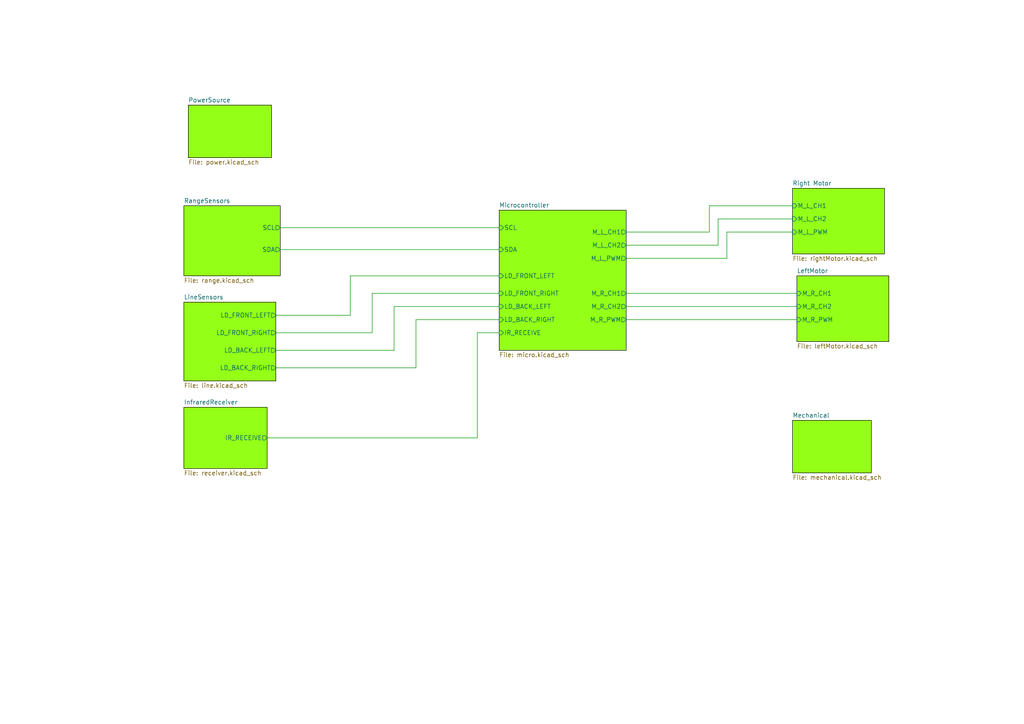
<source format=kicad_sch>
(kicad_sch
	(version 20250114)
	(generator "eeschema")
	(generator_version "9.0")
	(uuid "f283bc71-7763-4093-b75c-cbe2f5868c12")
	(paper "A4")
	(lib_symbols)
	(wire
		(pts
			(xy 80.01 91.44) (xy 101.6 91.44)
		)
		(stroke
			(width 0)
			(type default)
		)
		(uuid "0908235f-1b0b-4ff5-806e-4a583f298af0")
	)
	(wire
		(pts
			(xy 101.6 80.01) (xy 144.78 80.01)
		)
		(stroke
			(width 0)
			(type default)
		)
		(uuid "0b625a2f-c8ea-4b57-bc76-35fb64b7c076")
	)
	(wire
		(pts
			(xy 80.01 96.52) (xy 107.95 96.52)
		)
		(stroke
			(width 0)
			(type default)
		)
		(uuid "0c92e9bb-1d1f-4655-baa6-1fb2b23b15d7")
	)
	(wire
		(pts
			(xy 181.61 67.31) (xy 205.74 67.31)
		)
		(stroke
			(width 0)
			(type default)
		)
		(uuid "11ccca2d-bdfd-4497-9614-0367dba8e3c7")
	)
	(wire
		(pts
			(xy 114.3 101.6) (xy 114.3 88.9)
		)
		(stroke
			(width 0)
			(type default)
		)
		(uuid "15a63bfe-b136-4c56-b3db-97e688b46d53")
	)
	(wire
		(pts
			(xy 181.61 74.93) (xy 210.82 74.93)
		)
		(stroke
			(width 0)
			(type default)
		)
		(uuid "25914605-7244-4d07-b99e-28b19f05609d")
	)
	(wire
		(pts
			(xy 210.82 74.93) (xy 210.82 67.31)
		)
		(stroke
			(width 0)
			(type default)
		)
		(uuid "27728291-8d2c-45b3-a9c2-3a618b46d606")
	)
	(wire
		(pts
			(xy 120.65 92.71) (xy 144.78 92.71)
		)
		(stroke
			(width 0)
			(type default)
		)
		(uuid "36e364cc-103e-4bca-ac30-2b4a96ec2a92")
	)
	(wire
		(pts
			(xy 81.28 66.04) (xy 144.78 66.04)
		)
		(stroke
			(width 0)
			(type default)
		)
		(uuid "3a982a75-0065-4021-be07-eed8cd7ad13b")
	)
	(wire
		(pts
			(xy 205.74 67.31) (xy 205.74 59.69)
		)
		(stroke
			(width 0)
			(type default)
		)
		(uuid "3b5a15c8-1da0-45ce-b68e-3fd53b6b6de1")
	)
	(wire
		(pts
			(xy 138.43 127) (xy 138.43 96.52)
		)
		(stroke
			(width 0)
			(type default)
		)
		(uuid "55999f09-2911-4ae5-a276-b3203ec18c35")
	)
	(wire
		(pts
			(xy 120.65 106.68) (xy 120.65 92.71)
		)
		(stroke
			(width 0)
			(type default)
		)
		(uuid "56955419-6ea9-4f56-9a64-758089ea8bfb")
	)
	(wire
		(pts
			(xy 114.3 88.9) (xy 144.78 88.9)
		)
		(stroke
			(width 0)
			(type default)
		)
		(uuid "570bfee9-f32f-4834-90fb-8995352de568")
	)
	(wire
		(pts
			(xy 210.82 67.31) (xy 229.87 67.31)
		)
		(stroke
			(width 0)
			(type default)
		)
		(uuid "5fa85f72-1ea3-4596-af3c-4777a107b3ed")
	)
	(wire
		(pts
			(xy 208.28 63.5) (xy 229.87 63.5)
		)
		(stroke
			(width 0)
			(type default)
		)
		(uuid "695eaf20-1806-4e16-bfb4-e5a39f6dd1eb")
	)
	(wire
		(pts
			(xy 181.61 85.09) (xy 231.14 85.09)
		)
		(stroke
			(width 0)
			(type default)
		)
		(uuid "6c4eda71-2f56-4282-ad84-421bcd66e88d")
	)
	(wire
		(pts
			(xy 101.6 91.44) (xy 101.6 80.01)
		)
		(stroke
			(width 0)
			(type default)
		)
		(uuid "6e3b4b7a-8346-4fa9-bc98-d1b73444ea51")
	)
	(wire
		(pts
			(xy 181.61 92.71) (xy 231.14 92.71)
		)
		(stroke
			(width 0)
			(type default)
		)
		(uuid "827f3057-dceb-4013-8e6a-e48b8642c20b")
	)
	(wire
		(pts
			(xy 208.28 71.12) (xy 208.28 63.5)
		)
		(stroke
			(width 0)
			(type default)
		)
		(uuid "89e3984c-ec65-4424-909f-a3a718a087d9")
	)
	(wire
		(pts
			(xy 80.01 106.68) (xy 120.65 106.68)
		)
		(stroke
			(width 0)
			(type default)
		)
		(uuid "8d740e16-f7d9-4acd-ba64-f0ffeb24a440")
	)
	(wire
		(pts
			(xy 205.74 59.69) (xy 229.87 59.69)
		)
		(stroke
			(width 0)
			(type default)
		)
		(uuid "900fa39e-5265-41e6-bc1c-731cd495ce8c")
	)
	(wire
		(pts
			(xy 80.01 101.6) (xy 114.3 101.6)
		)
		(stroke
			(width 0)
			(type default)
		)
		(uuid "9754111a-5b5a-40c6-be23-04874f158811")
	)
	(wire
		(pts
			(xy 181.61 88.9) (xy 231.14 88.9)
		)
		(stroke
			(width 0)
			(type default)
		)
		(uuid "977c737f-ce1d-496f-afb9-1c861e8793bf")
	)
	(wire
		(pts
			(xy 77.47 127) (xy 138.43 127)
		)
		(stroke
			(width 0)
			(type default)
		)
		(uuid "9af595c1-1304-4bc2-82b0-fc2c407947e8")
	)
	(wire
		(pts
			(xy 81.28 72.39) (xy 144.78 72.39)
		)
		(stroke
			(width 0)
			(type default)
		)
		(uuid "9c238356-2fbd-4c89-ab1b-1f45a74deb69")
	)
	(wire
		(pts
			(xy 181.61 71.12) (xy 208.28 71.12)
		)
		(stroke
			(width 0)
			(type default)
		)
		(uuid "a0858482-2786-45da-9a1f-09a9e550ab74")
	)
	(wire
		(pts
			(xy 107.95 85.09) (xy 144.78 85.09)
		)
		(stroke
			(width 0)
			(type default)
		)
		(uuid "a4da3c1b-cc63-474e-ab58-3a1282591398")
	)
	(wire
		(pts
			(xy 138.43 96.52) (xy 144.78 96.52)
		)
		(stroke
			(width 0)
			(type default)
		)
		(uuid "e75baa22-321d-4cb0-bb91-86a27e8fcbca")
	)
	(wire
		(pts
			(xy 107.95 96.52) (xy 107.95 85.09)
		)
		(stroke
			(width 0)
			(type default)
		)
		(uuid "fcf446e6-8081-4643-9b18-7abac571dcf5")
	)
	(sheet
		(at 229.87 121.92)
		(size 22.86 15.24)
		(exclude_from_sim no)
		(in_bom yes)
		(on_board yes)
		(dnp no)
		(fields_autoplaced yes)
		(stroke
			(width 0.1524)
			(type solid)
			(color 0 0 0 1)
		)
		(fill
			(color 148 255 23 1.0000)
		)
		(uuid "385d545c-a594-46c7-8442-a965f8696594")
		(property "Sheetname" "Mechanical"
			(at 229.87 121.2084 0)
			(effects
				(font
					(size 1.27 1.27)
				)
				(justify left bottom)
			)
		)
		(property "Sheetfile" "mechanical.kicad_sch"
			(at 229.87 137.7446 0)
			(effects
				(font
					(size 1.27 1.27)
				)
				(justify left top)
			)
		)
		(instances
			(project "Sumo_Robot"
				(path "/f283bc71-7763-4093-b75c-cbe2f5868c12"
					(page "10")
				)
			)
		)
	)
	(sheet
		(at 53.34 118.11)
		(size 24.13 17.78)
		(exclude_from_sim no)
		(in_bom yes)
		(on_board yes)
		(dnp no)
		(fields_autoplaced yes)
		(stroke
			(width 0.1524)
			(type solid)
			(color 0 0 0 1)
		)
		(fill
			(color 148 255 23 1.0000)
		)
		(uuid "411157fa-1b9b-4833-94db-a0992fa5119f")
		(property "Sheetname" "InfraredReceiver"
			(at 53.34 117.3984 0)
			(effects
				(font
					(size 1.27 1.27)
				)
				(justify left bottom)
			)
		)
		(property "Sheetfile" "receiver.kicad_sch"
			(at 53.34 136.4746 0)
			(effects
				(font
					(size 1.27 1.27)
				)
				(justify left top)
			)
		)
		(pin "IR_RECEIVE" output
			(at 77.47 127 0)
			(uuid "8ead970a-a538-42c1-b2d8-8ceb51080297")
			(effects
				(font
					(size 1.27 1.27)
				)
				(justify right)
			)
		)
		(instances
			(project "Sumo_Robot"
				(path "/f283bc71-7763-4093-b75c-cbe2f5868c12"
					(page "5")
				)
			)
		)
	)
	(sheet
		(at 54.61 30.48)
		(size 24.13 15.24)
		(exclude_from_sim no)
		(in_bom yes)
		(on_board yes)
		(dnp no)
		(fields_autoplaced yes)
		(stroke
			(width 0.1524)
			(type solid)
			(color 0 0 0 1)
		)
		(fill
			(color 148 255 23 1.0000)
		)
		(uuid "4425b7fb-6f26-4a13-b5c2-41b1a59df573")
		(property "Sheetname" "PowerSource"
			(at 54.61 29.7684 0)
			(effects
				(font
					(size 1.27 1.27)
				)
				(justify left bottom)
			)
		)
		(property "Sheetfile" "power.kicad_sch"
			(at 54.61 46.3046 0)
			(effects
				(font
					(size 1.27 1.27)
				)
				(justify left top)
			)
		)
		(instances
			(project "Sumo_Robot"
				(path "/f283bc71-7763-4093-b75c-cbe2f5868c12"
					(page "2")
				)
			)
		)
	)
	(sheet
		(at 144.78 60.96)
		(size 36.83 40.64)
		(exclude_from_sim no)
		(in_bom yes)
		(on_board yes)
		(dnp no)
		(fields_autoplaced yes)
		(stroke
			(width 0.1524)
			(type solid)
			(color 0 0 0 1)
		)
		(fill
			(color 148 255 23 1.0000)
		)
		(uuid "9428f158-f7fc-4e4a-b97b-e16df299d57c")
		(property "Sheetname" "Microcontroller"
			(at 144.78 60.2484 0)
			(effects
				(font
					(size 1.27 1.27)
				)
				(justify left bottom)
			)
		)
		(property "Sheetfile" "micro.kicad_sch"
			(at 144.78 102.1846 0)
			(effects
				(font
					(size 1.27 1.27)
				)
				(justify left top)
			)
		)
		(pin "IR_RECEIVE" input
			(at 144.78 96.52 180)
			(uuid "48d23a0d-3f7b-4685-93ca-eca453b5be97")
			(effects
				(font
					(size 1.27 1.27)
				)
				(justify left)
			)
		)
		(pin "LD_BACK_LEFT" input
			(at 144.78 88.9 180)
			(uuid "dd6c0f67-8f7a-4401-8802-3be2262fa3d5")
			(effects
				(font
					(size 1.27 1.27)
				)
				(justify left)
			)
		)
		(pin "LD_BACK_RIGHT" input
			(at 144.78 92.71 180)
			(uuid "22b7d59d-7797-4ffe-8b78-58419d410429")
			(effects
				(font
					(size 1.27 1.27)
				)
				(justify left)
			)
		)
		(pin "LD_FRONT_LEFT" input
			(at 144.78 80.01 180)
			(uuid "20790b5b-484e-400f-9e9f-28d0dcb2a57f")
			(effects
				(font
					(size 1.27 1.27)
				)
				(justify left)
			)
		)
		(pin "LD_FRONT_RIGHT" input
			(at 144.78 85.09 180)
			(uuid "184f93f1-0b3b-40f2-a004-e0a59ea8877b")
			(effects
				(font
					(size 1.27 1.27)
				)
				(justify left)
			)
		)
		(pin "SDA" input
			(at 144.78 72.39 180)
			(uuid "9e642e7a-1b65-4041-b154-f6f8f628a7b2")
			(effects
				(font
					(size 1.27 1.27)
				)
				(justify left)
			)
		)
		(pin "SCL" input
			(at 144.78 66.04 180)
			(uuid "ad25f9b8-7e0f-4403-a39b-e34b88977440")
			(effects
				(font
					(size 1.27 1.27)
				)
				(justify left)
			)
		)
		(pin "M_L_PWM" output
			(at 181.61 74.93 0)
			(uuid "17f030db-f856-4543-8a31-da775f6f475b")
			(effects
				(font
					(size 1.27 1.27)
				)
				(justify right)
			)
		)
		(pin "M_L_CH2" output
			(at 181.61 71.12 0)
			(uuid "91ee71cd-e482-4b00-9818-e3ac4c57a1dd")
			(effects
				(font
					(size 1.27 1.27)
				)
				(justify right)
			)
		)
		(pin "M_L_CH1" output
			(at 181.61 67.31 0)
			(uuid "46a4ccc1-8413-4bee-86cb-e2404020e217")
			(effects
				(font
					(size 1.27 1.27)
				)
				(justify right)
			)
		)
		(pin "M_R_CH1" output
			(at 181.61 85.09 0)
			(uuid "6629a348-9da4-4f49-b9e4-4c51dac53310")
			(effects
				(font
					(size 1.27 1.27)
				)
				(justify right)
			)
		)
		(pin "M_R_CH2" output
			(at 181.61 88.9 0)
			(uuid "e2a347a1-ddff-47c9-90ab-733746c81264")
			(effects
				(font
					(size 1.27 1.27)
				)
				(justify right)
			)
		)
		(pin "M_R_PWM" output
			(at 181.61 92.71 0)
			(uuid "67e36531-ead8-42b6-8cb2-71f2181be87b")
			(effects
				(font
					(size 1.27 1.27)
				)
				(justify right)
			)
		)
		(instances
			(project "Sumo_Robot"
				(path "/f283bc71-7763-4093-b75c-cbe2f5868c12"
					(page "8")
				)
			)
		)
	)
	(sheet
		(at 231.14 80.01)
		(size 26.67 19.05)
		(exclude_from_sim no)
		(in_bom yes)
		(on_board yes)
		(dnp no)
		(fields_autoplaced yes)
		(stroke
			(width 0.1524)
			(type solid)
			(color 0 0 0 1)
		)
		(fill
			(color 148 255 23 1.0000)
		)
		(uuid "b92a7e92-a2a7-4561-bf8a-326ace0b674a")
		(property "Sheetname" "LeftMotor"
			(at 231.14 79.2984 0)
			(effects
				(font
					(size 1.27 1.27)
				)
				(justify left bottom)
			)
		)
		(property "Sheetfile" "leftMotor.kicad_sch"
			(at 231.14 99.6446 0)
			(effects
				(font
					(size 1.27 1.27)
				)
				(justify left top)
			)
		)
		(pin "M_R_PWM" input
			(at 231.14 92.71 180)
			(uuid "4e9f3adb-8427-450b-a127-c63b126b499e")
			(effects
				(font
					(size 1.27 1.27)
				)
				(justify left)
			)
		)
		(pin "M_R_CH1" input
			(at 231.14 85.09 180)
			(uuid "8901f19c-18d4-4a17-a240-da786305594d")
			(effects
				(font
					(size 1.27 1.27)
				)
				(justify left)
			)
		)
		(pin "M_R_CH2" input
			(at 231.14 88.9 180)
			(uuid "f5a9e8a3-b59a-44b7-931e-351f4d5c1550")
			(effects
				(font
					(size 1.27 1.27)
				)
				(justify left)
			)
		)
		(instances
			(project "Sumo_Robot"
				(path "/f283bc71-7763-4093-b75c-cbe2f5868c12"
					(page "7")
				)
			)
		)
	)
	(sheet
		(at 53.34 87.63)
		(size 26.67 22.86)
		(exclude_from_sim no)
		(in_bom yes)
		(on_board yes)
		(dnp no)
		(fields_autoplaced yes)
		(stroke
			(width 0.1524)
			(type solid)
			(color 0 0 0 1)
		)
		(fill
			(color 148 255 23 1.0000)
		)
		(uuid "c0f33207-9995-4f2a-ae00-c92efedb65e6")
		(property "Sheetname" "LineSensors"
			(at 53.34 86.9184 0)
			(effects
				(font
					(size 1.27 1.27)
				)
				(justify left bottom)
			)
		)
		(property "Sheetfile" "line.kicad_sch"
			(at 53.34 111.0746 0)
			(effects
				(font
					(size 1.27 1.27)
				)
				(justify left top)
			)
		)
		(pin "LD_FRONT_LEFT" output
			(at 80.01 91.44 0)
			(uuid "6173f9bd-2008-4051-a6be-86468d11a5f0")
			(effects
				(font
					(size 1.27 1.27)
				)
				(justify right)
			)
		)
		(pin "LD_BACK_RIGHT" output
			(at 80.01 106.68 0)
			(uuid "f1be58af-152b-4027-9e65-475a9f3fc40b")
			(effects
				(font
					(size 1.27 1.27)
				)
				(justify right)
			)
		)
		(pin "LD_BACK_LEFT" output
			(at 80.01 101.6 0)
			(uuid "f341c1e6-f01c-473c-a104-9d1b691cc041")
			(effects
				(font
					(size 1.27 1.27)
				)
				(justify right)
			)
		)
		(pin "LD_FRONT_RIGHT" output
			(at 80.01 96.52 0)
			(uuid "d7725fff-4da1-43b5-9049-66682bca38b9")
			(effects
				(font
					(size 1.27 1.27)
				)
				(justify right)
			)
		)
		(instances
			(project "Sumo_Robot"
				(path "/f283bc71-7763-4093-b75c-cbe2f5868c12"
					(page "4")
				)
			)
		)
	)
	(sheet
		(at 53.34 59.69)
		(size 27.94 20.32)
		(exclude_from_sim no)
		(in_bom yes)
		(on_board yes)
		(dnp no)
		(fields_autoplaced yes)
		(stroke
			(width 0.1524)
			(type solid)
			(color 0 0 0 1)
		)
		(fill
			(color 148 255 23 1.0000)
		)
		(uuid "d917ac91-02c1-43ff-90e8-81f3e34e564a")
		(property "Sheetname" "RangeSensors"
			(at 53.34 58.9784 0)
			(effects
				(font
					(size 1.27 1.27)
				)
				(justify left bottom)
			)
		)
		(property "Sheetfile" "range.kicad_sch"
			(at 53.34 80.5946 0)
			(effects
				(font
					(size 1.27 1.27)
				)
				(justify left top)
			)
		)
		(pin "SCL" output
			(at 81.28 66.04 0)
			(uuid "65c3f485-a1ea-4479-bf03-bf82ec85d914")
			(effects
				(font
					(size 1.27 1.27)
				)
				(justify right)
			)
		)
		(pin "SDA" output
			(at 81.28 72.39 0)
			(uuid "ea428cd3-8807-4fb5-8de2-85fcbc714d92")
			(effects
				(font
					(size 1.27 1.27)
				)
				(justify right)
			)
		)
		(instances
			(project "Sumo_Robot"
				(path "/f283bc71-7763-4093-b75c-cbe2f5868c12"
					(page "3")
				)
			)
		)
	)
	(sheet
		(at 229.87 54.61)
		(size 26.67 19.05)
		(exclude_from_sim no)
		(in_bom yes)
		(on_board yes)
		(dnp no)
		(fields_autoplaced yes)
		(stroke
			(width 0.1524)
			(type solid)
			(color 0 0 0 1)
		)
		(fill
			(color 148 255 23 1.0000)
		)
		(uuid "f1956493-43e6-4247-bc8c-3efab023d950")
		(property "Sheetname" "Right Motor"
			(at 229.87 53.8984 0)
			(effects
				(font
					(size 1.27 1.27)
				)
				(justify left bottom)
			)
		)
		(property "Sheetfile" "rightMotor.kicad_sch"
			(at 229.87 74.2446 0)
			(effects
				(font
					(size 1.27 1.27)
				)
				(justify left top)
			)
		)
		(pin "M_L_CH1" input
			(at 229.87 59.69 180)
			(uuid "b7503a6c-385c-453c-9ac5-d05bd973f379")
			(effects
				(font
					(size 1.27 1.27)
				)
				(justify left)
			)
		)
		(pin "M_L_CH2" input
			(at 229.87 63.5 180)
			(uuid "89a2d22e-02ec-400b-aa07-7fc40df6c3b4")
			(effects
				(font
					(size 1.27 1.27)
				)
				(justify left)
			)
		)
		(pin "M_L_PWM" input
			(at 229.87 67.31 180)
			(uuid "4df5651b-ce23-4ac1-859d-f552c8f56775")
			(effects
				(font
					(size 1.27 1.27)
				)
				(justify left)
			)
		)
		(instances
			(project "Sumo_Robot"
				(path "/f283bc71-7763-4093-b75c-cbe2f5868c12"
					(page "6")
				)
			)
		)
	)
	(sheet_instances
		(path "/"
			(page "1")
		)
	)
	(embedded_fonts no)
)

</source>
